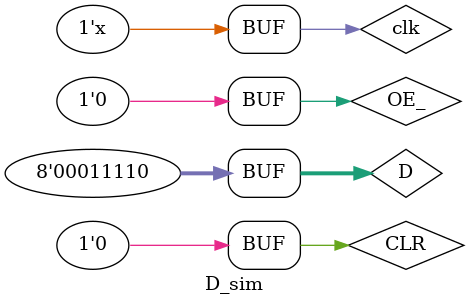
<source format=v>
`timescale 1ns / 1ps

module D_sim();
reg clk;
reg [7:0]D;
reg OE_,CLR;
wire [7:0]Q;
eight_D test(OE_,CLR,clk,D,Q);
    initial 
    begin
        clk=0;OE_=0;CLR=0;D=8'b10101010;
    end
    always#50 clk=~clk;
    initial 
    begin
    //ÇåÁã
        OE_=0;
        CLR=1;
        #100;
    //±£³ÖºÍÖÃÈë
        OE_=0;
        CLR=0;
        #150;
        D=8'b00011110;
        #150;
    //½ûÓÃ×´Ì¬
        D=8'b10101010;
        OE_=1;
        #100;
    //ÔÙ´ÎÇåÁã
        OE_=0;
        CLR=1;
        #100;
    //ÔÙ´Î±£³ÖºÍÖÃÈë
        D=8'b00011110;
        OE_=0;
        CLR=0;
        #150;
        D=8'b00011110;
        #150;
    end
endmodule

</source>
